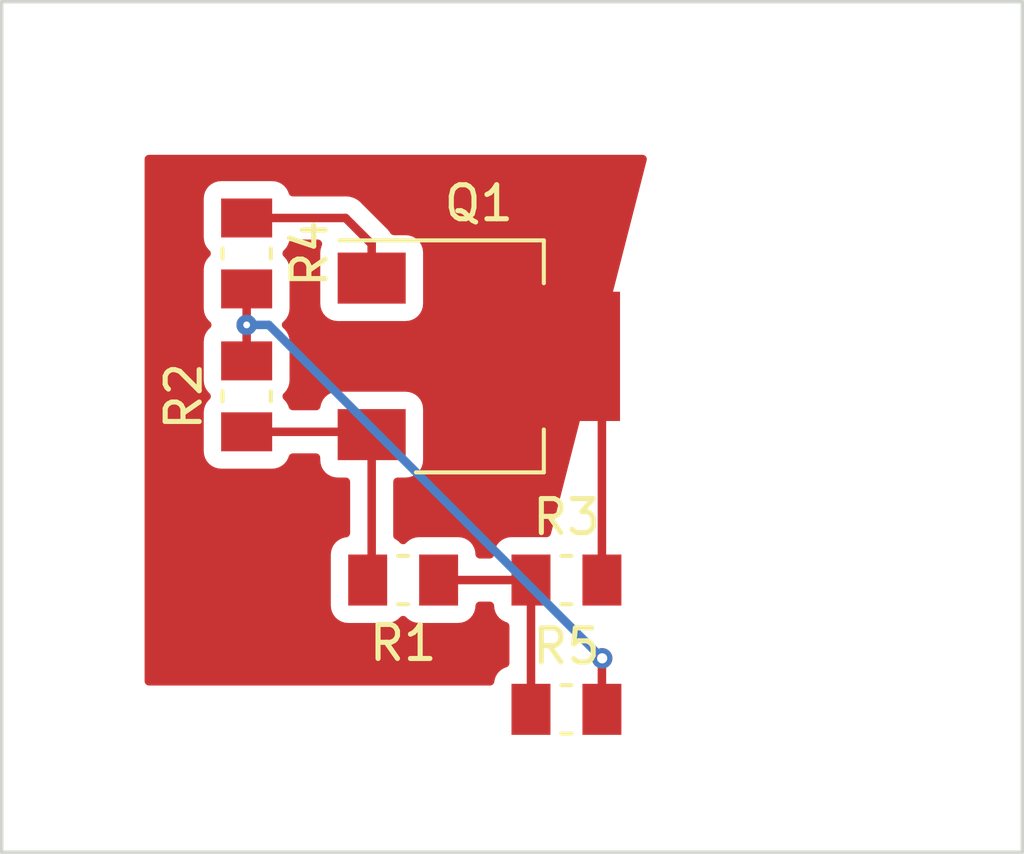
<source format=kicad_pcb>
(kicad_pcb (version 20210722) (generator pcbnew)
  (layers (0 "F.Cu" signal) (31 "B.Cu" signal) (34 "B.Paste" user) (35 "F.Paste" user) (36 "B.SilkS" user "B.Silkscreen") (37 "F.SilkS" user "F.Silkscreen") (38 "B.Mask" user) (39 "F.Mask" user) (44 "Edge.Cuts" user))
  (net 0 "")
  (net 1 "Net-(Q1-Pad1)")
  (net 2 "Net-(R1-Pad1)")
  (net 3 "Net-(R2-Pad2)")
  (net 4 "/Col")
  (net 5 "/Base")
  (footprint "Package_TO_SOT_SMD:SOT-223" (layer "F.Cu") (at 164.025001 100.425001)
    (fp_text reference "Q1" (at 0 -4.5) (layer "F.SilkS"))
    (fp_text value "Q_NPN_Darlington_ECBC")
    (fp_line (start -4.1 -3.41) (end 1.91 -3.41) (layer "F.SilkS") (width 0.12))
    (fp_line (start 1.91 -3.41) (end 1.91 -2.15) (layer "F.SilkS") (width 0.12))
    (fp_line (start 1.91 3.41) (end 1.91 2.15) (layer "F.SilkS") (width 0.12))
    (fp_line (start -1.85 3.41) (end 1.91 3.41) (layer "F.SilkS") (width 0.12))
    (pad "1" smd rect locked (at -3.15 -2.3) (size 2 1.5) (layers "F.Cu" "F.Paste" "F.Mask") (net 1 "Net-(Q1-Pad1)"))
    (pad "2" smd rect locked (at -3.15 0) (size 2 1.5) (layers "F.Cu" "F.Paste" "F.Mask") (net 4 "/Col"))
    (pad "3" smd rect locked (at -3.15 2.3) (size 2 1.5) (layers "F.Cu" "F.Paste" "F.Mask") (net 5 "/Base"))
    (pad "4" smd rect locked (at 3.15 0) (size 2 3.8) (layers "F.Cu" "F.Paste" "F.Mask") (net 4 "/Col"))
  )
  (footprint "Resistor_SMD:R_0805_2012Metric_Pad1.15x1.50mm_HandSolder" (layer "F.Cu") (at 161.8 107 180)
    (fp_text reference "R1" (at 0 -1.85 180) (layer "F.SilkS"))
    (fp_text value "10k")
    (fp_line (start -0.15 -0.71) (end 0.15 -0.71) (layer "F.SilkS") (width 0.12))
    (fp_line (start -0.15 0.71) (end 0.15 0.71) (layer "F.SilkS") (width 0.12))
    (pad "1" smd rect locked (at -1.0425 0 180) (size 1.145 1.5) (layers "F.Cu" "F.Paste" "F.Mask") (net 2 "Net-(R1-Pad1)"))
    (pad "2" smd rect locked (at 1.0425 0 180) (size 1.145 1.5) (layers "F.Cu" "F.Paste" "F.Mask") (net 5 "/Base"))
  )
  (footprint "Resistor_SMD:R_0805_2012Metric_Pad1.15x1.50mm_HandSolder" (layer "F.Cu") (at 157.2 101.6 90)
    (fp_text reference "R2" (at 0 -1.85 90) (layer "F.SilkS"))
    (fp_text value "1k")
    (fp_line (start -0.15 0.71) (end 0.15 0.71) (layer "F.SilkS") (width 0.12))
    (fp_line (start -0.15 -0.71) (end 0.15 -0.71) (layer "F.SilkS") (width 0.12))
    (pad "1" smd rect locked (at -1.0425 0 90) (size 1.145 1.5) (layers "F.Cu" "F.Paste" "F.Mask") (net 5 "/Base"))
    (pad "2" smd rect locked (at 1.0425 0 90) (size 1.145 1.5) (layers "F.Cu" "F.Paste" "F.Mask") (net 3 "Net-(R2-Pad2)"))
  )
  (footprint "Resistor_SMD:R_0805_2012Metric_Pad1.15x1.50mm_HandSolder" (layer "F.Cu") (at 166.6 107)
    (fp_text reference "R3" (at 0 -1.85) (layer "F.SilkS"))
    (fp_text value "100R")
    (fp_line (start -0.15 -0.71) (end 0.15 -0.71) (layer "F.SilkS") (width 0.12))
    (fp_line (start -0.15 0.71) (end 0.15 0.71) (layer "F.SilkS") (width 0.12))
    (pad "1" smd rect locked (at -1.0425 0) (size 1.145 1.5) (layers "F.Cu" "F.Paste" "F.Mask") (net 2 "Net-(R1-Pad1)"))
    (pad "2" smd rect locked (at 1.0425 0) (size 1.145 1.5) (layers "F.Cu" "F.Paste" "F.Mask") (net 4 "/Col"))
  )
  (footprint "Resistor_SMD:R_0805_2012Metric_Pad1.15x1.50mm_HandSolder" (layer "F.Cu") (at 157.2 97.4 -90)
    (fp_text reference "R4" (at 0 -1.85 -90) (layer "F.SilkS"))
    (fp_text value "10R")
    (fp_line (start -0.15 0.71) (end 0.15 0.71) (layer "F.SilkS") (width 0.12))
    (fp_line (start -0.15 -0.71) (end 0.15 -0.71) (layer "F.SilkS") (width 0.12))
    (pad "1" smd rect locked (at -1.0425 0 270) (size 1.145 1.5) (layers "F.Cu" "F.Paste" "F.Mask") (net 1 "Net-(Q1-Pad1)"))
    (pad "2" smd rect locked (at 1.0425 0 270) (size 1.145 1.5) (layers "F.Cu" "F.Paste" "F.Mask") (net 3 "Net-(R2-Pad2)"))
  )
  (footprint "Resistor_SMD:R_0805_2012Metric_Pad1.15x1.50mm_HandSolder" (layer "F.Cu") (at 166.6 110.8)
    (fp_text reference "R5" (at 0 -1.85) (layer "F.SilkS"))
    (fp_text value "10k")
    (fp_line (start -0.15 -0.71) (end 0.15 -0.71) (layer "F.SilkS") (width 0.12))
    (fp_line (start -0.15 0.71) (end 0.15 0.71) (layer "F.SilkS") (width 0.12))
    (pad "1" smd rect locked (at -1.0425 0) (size 1.145 1.5) (layers "F.Cu" "F.Paste" "F.Mask") (net 2 "Net-(R1-Pad1)"))
    (pad "2" smd rect locked (at 1.0425 0) (size 1.145 1.5) (layers "F.Cu" "F.Paste" "F.Mask") (net 3 "Net-(R2-Pad2)"))
  )
  (gr_line (start 180 115) (end 180 90) (layer "Edge.Cuts") (width 0.1))
  (gr_line (start 150 115) (end 180 115) (layer "Edge.Cuts") (width 0.1))
  (gr_line (start 180 90) (end 150 90) (layer "Edge.Cuts") (width 0.1))
  (gr_line (start 150 90) (end 150 115) (layer "Edge.Cuts") (width 0.1))
  (segment (start 157.2 96.3575) (end 160.1075 96.3575) (width 0.25) (layer "F.Cu") (net 1))
  (segment (start 160.1075 96.3575) (end 160.875001 97.125001) (width 0.25) (layer "F.Cu") (net 1))
  (segment (start 160.875001 97.125001) (end 160.875001 98.125001) (width 0.25) (layer "F.Cu") (net 1))
  (segment (start 162.8425 107) (end 165.5575 107) (width 0.25) (layer "F.Cu") (net 2))
  (segment (start 165.5575 107) (end 165.5575 110.8) (width 0.25) (layer "F.Cu") (net 2))
  (segment (start 157.2 98.4425) (end 157.2 99.5) (width 0.25) (layer "F.Cu") (net 3))
  (segment (start 157.2 99.5) (end 157.2 100.5575) (width 0.25) (layer "F.Cu") (net 3))
  (segment (start 167.6425 110.8) (end 167.6425 109.3075) (width 0.25) (layer "F.Cu") (net 3))
  (via (at 167.65 109.3) (size 0.6) (drill 0.3) (layers "F.Cu" "B.Cu") (net 3))
  (via (at 157.2 99.5) (size 0.6) (drill 0.2) (layers "F.Cu" "B.Cu") (net 3))
  (segment (start 157.85 99.5) (end 157.2 99.5) (width 0.25) (layer "B.Cu") (net 3))
  (segment (start 167.65 109.3) (end 157.85 99.5) (width 0.25) (layer "B.Cu") (net 3))
  (segment (start 167.6425 107) (end 167.6425 100.8925) (width 0.25) (layer "F.Cu") (net 4))
  (segment (start 167.6425 100.8925) (end 167.175001 100.425001) (width 0.25) (layer "F.Cu") (net 4))
  (segment (start 160.875001 102.725001) (end 160.875001 106.882499) (width 0.25) (layer "F.Cu") (net 5))
  (segment (start 157.2 102.6425) (end 160.7925 102.6425) (width 0.25) (layer "F.Cu") (net 5))
  (zone (net 4) (net_name "/Col") (layer "F.Cu") (priority 2) (connect_pads thru_hole_only (clearance 0.508)) (min_thickness 0.254) (fill yes (thermal_gap 0.508) (thermal_bridge_width 0.508))
    (polygon (pts (xy 154.2 94.5) (xy 169 94.5) (xy 165 110.1) (xy 154.2 110.1)))
  )
)
</source>
